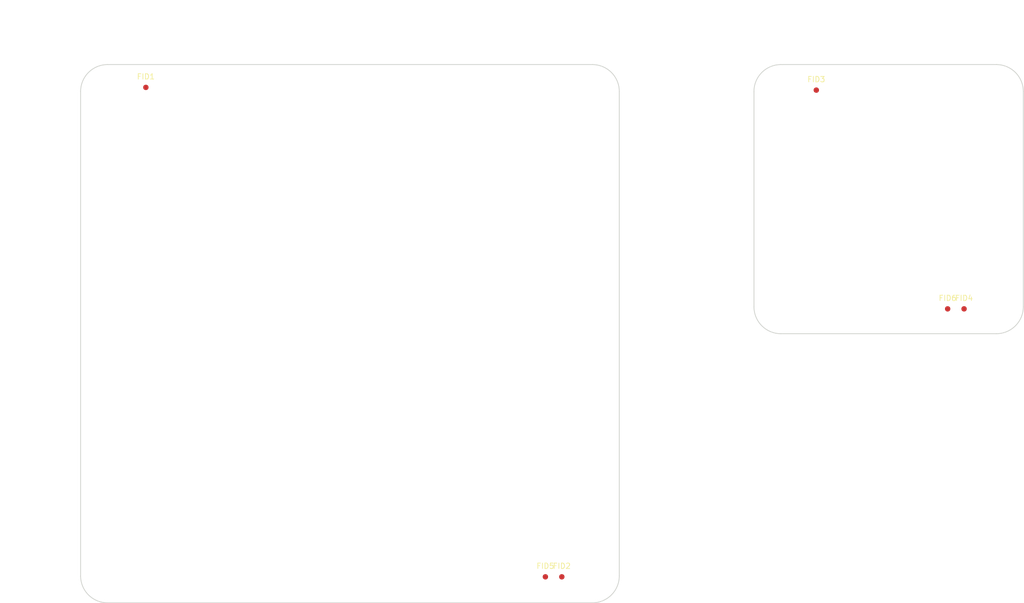
<source format=kicad_pcb>
(kicad_pcb (version 20171130) (host pcbnew 5.1.10-88a1d61d58~90~ubuntu20.04.1)

  (general
    (thickness 1.6)
    (drawings 20)
    (tracks 0)
    (zones 0)
    (modules 14)
    (nets 1)
  )

  (page A4)
  (layers
    (0 F.Cu signal)
    (31 B.Cu signal)
    (32 B.Adhes user)
    (33 F.Adhes user)
    (34 B.Paste user)
    (35 F.Paste user)
    (36 B.SilkS user)
    (37 F.SilkS user)
    (38 B.Mask user)
    (39 F.Mask user)
    (40 Dwgs.User user)
    (41 Cmts.User user)
    (42 Eco1.User user)
    (43 Eco2.User user)
    (44 Edge.Cuts user)
    (45 Margin user)
    (46 B.CrtYd user)
    (47 F.CrtYd user)
    (48 B.Fab user)
    (49 F.Fab user)
  )

  (setup
    (last_trace_width 0.25)
    (trace_clearance 0.2)
    (zone_clearance 0.508)
    (zone_45_only no)
    (trace_min 0.2)
    (via_size 0.8)
    (via_drill 0.4)
    (via_min_size 0.4)
    (via_min_drill 0.3)
    (uvia_size 0.3)
    (uvia_drill 0.1)
    (uvias_allowed no)
    (uvia_min_size 0.2)
    (uvia_min_drill 0.1)
    (edge_width 0.05)
    (segment_width 0.2)
    (pcb_text_width 0.3)
    (pcb_text_size 1.5 1.5)
    (mod_edge_width 0.12)
    (mod_text_size 1 1)
    (mod_text_width 0.15)
    (pad_size 1.524 1.524)
    (pad_drill 0.762)
    (pad_to_mask_clearance 0)
    (aux_axis_origin 0 0)
    (visible_elements FFFFFF7F)
    (pcbplotparams
      (layerselection 0x010fc_ffffffff)
      (usegerberextensions false)
      (usegerberattributes true)
      (usegerberadvancedattributes true)
      (creategerberjobfile true)
      (excludeedgelayer true)
      (linewidth 0.100000)
      (plotframeref false)
      (viasonmask false)
      (mode 1)
      (useauxorigin false)
      (hpglpennumber 1)
      (hpglpenspeed 20)
      (hpglpendiameter 15.000000)
      (psnegative false)
      (psa4output false)
      (plotreference true)
      (plotvalue true)
      (plotinvisibletext false)
      (padsonsilk false)
      (subtractmaskfromsilk false)
      (outputformat 1)
      (mirror false)
      (drillshape 1)
      (scaleselection 1)
      (outputdirectory ""))
  )

  (net 0 "")

  (net_class Default "This is the default net class."
    (clearance 0.2)
    (trace_width 0.25)
    (via_dia 0.8)
    (via_drill 0.4)
    (uvia_dia 0.3)
    (uvia_drill 0.1)
  )

  (module Fiducial:Fiducial_1mm_Mask2mm (layer F.Cu) (tedit 5C18CB26) (tstamp 61534B08)
    (at 209.296 92.456)
    (descr "Circular Fiducial, 1mm bare copper, 2mm soldermask opening (Level A)")
    (tags fiducial)
    (path /61535617)
    (attr smd)
    (fp_text reference FID6 (at 0 -2) (layer F.SilkS)
      (effects (font (size 1 1) (thickness 0.15)))
    )
    (fp_text value Fiducial (at 0 2) (layer F.Fab)
      (effects (font (size 1 1) (thickness 0.15)))
    )
    (fp_text user %R (at 0 0) (layer F.Fab)
      (effects (font (size 0.4 0.4) (thickness 0.06)))
    )
    (fp_circle (center 0 0) (end 1 0) (layer F.Fab) (width 0.1))
    (fp_circle (center 0 0) (end 1.25 0) (layer F.CrtYd) (width 0.05))
    (pad "" smd circle (at 0 0) (size 1 1) (layers F.Cu F.Mask)
      (solder_mask_margin 0.5) (clearance 0.5))
  )

  (module Fiducial:Fiducial_1mm_Mask2mm (layer F.Cu) (tedit 5C18CB26) (tstamp 61534B00)
    (at 134.62 142.24)
    (descr "Circular Fiducial, 1mm bare copper, 2mm soldermask opening (Level A)")
    (tags fiducial)
    (path /615355C5)
    (attr smd)
    (fp_text reference FID5 (at 0 -2) (layer F.SilkS)
      (effects (font (size 1 1) (thickness 0.15)))
    )
    (fp_text value Fiducial (at 0 2) (layer F.Fab)
      (effects (font (size 1 1) (thickness 0.15)))
    )
    (fp_text user %R (at 0 0) (layer F.Fab)
      (effects (font (size 0.4 0.4) (thickness 0.06)))
    )
    (fp_circle (center 0 0) (end 1 0) (layer F.Fab) (width 0.1))
    (fp_circle (center 0 0) (end 1.25 0) (layer F.CrtYd) (width 0.05))
    (pad "" smd circle (at 0 0) (size 1 1) (layers F.Cu F.Mask)
      (solder_mask_margin 0.5) (clearance 0.5))
  )

  (module Fiducial:Fiducial_1mm_Mask2mm (layer F.Cu) (tedit 5C18CB26) (tstamp 6153514C)
    (at 212.344 92.456)
    (descr "Circular Fiducial, 1mm bare copper, 2mm soldermask opening (Level A)")
    (tags fiducial)
    (path /61538E26)
    (attr smd)
    (fp_text reference FID4 (at 0 -2) (layer F.SilkS)
      (effects (font (size 1 1) (thickness 0.15)))
    )
    (fp_text value Fiducial (at 0 2) (layer F.Fab)
      (effects (font (size 1 1) (thickness 0.15)))
    )
    (fp_text user %R (at 0 0) (layer F.Fab)
      (effects (font (size 0.4 0.4) (thickness 0.06)))
    )
    (fp_circle (center 0 0) (end 1 0) (layer F.Fab) (width 0.1))
    (fp_circle (center 0 0) (end 1.25 0) (layer F.CrtYd) (width 0.05))
    (pad "" smd circle (at 0 0) (size 1 1) (layers F.Cu F.Mask)
      (solder_mask_margin 0.5) (clearance 0.5))
  )

  (module Fiducial:Fiducial_1mm_Mask2mm (layer F.Cu) (tedit 5C18CB26) (tstamp 61535223)
    (at 184.912 51.816)
    (descr "Circular Fiducial, 1mm bare copper, 2mm soldermask opening (Level A)")
    (tags fiducial)
    (path /61534BDA)
    (attr smd)
    (fp_text reference FID3 (at 0 -2) (layer F.SilkS)
      (effects (font (size 1 1) (thickness 0.15)))
    )
    (fp_text value Fiducial (at 0 2) (layer F.Fab)
      (effects (font (size 1 1) (thickness 0.15)))
    )
    (fp_text user %R (at 0 0) (layer F.Fab)
      (effects (font (size 0.4 0.4) (thickness 0.06)))
    )
    (fp_circle (center 0 0) (end 1 0) (layer F.Fab) (width 0.1))
    (fp_circle (center 0 0) (end 1.25 0) (layer F.CrtYd) (width 0.05))
    (pad "" smd circle (at 0 0) (size 1 1) (layers F.Cu F.Mask)
      (solder_mask_margin 0.5) (clearance 0.5))
  )

  (module Fiducial:Fiducial_1mm_Mask2mm (layer F.Cu) (tedit 5C18CB26) (tstamp 6153513C)
    (at 137.668 142.24)
    (descr "Circular Fiducial, 1mm bare copper, 2mm soldermask opening (Level A)")
    (tags fiducial)
    (path /615392CF)
    (attr smd)
    (fp_text reference FID2 (at 0 -2) (layer F.SilkS)
      (effects (font (size 1 1) (thickness 0.15)))
    )
    (fp_text value Fiducial (at 0 2) (layer F.Fab)
      (effects (font (size 1 1) (thickness 0.15)))
    )
    (fp_text user %R (at 0 0) (layer F.Fab)
      (effects (font (size 0.4 0.4) (thickness 0.06)))
    )
    (fp_circle (center 0 0) (end 1 0) (layer F.Fab) (width 0.1))
    (fp_circle (center 0 0) (end 1.25 0) (layer F.CrtYd) (width 0.05))
    (pad "" smd circle (at 0 0) (size 1 1) (layers F.Cu F.Mask)
      (solder_mask_margin 0.5) (clearance 0.5))
  )

  (module Fiducial:Fiducial_1mm_Mask2mm (layer F.Cu) (tedit 5C18CB26) (tstamp 61535134)
    (at 60.452 51.308)
    (descr "Circular Fiducial, 1mm bare copper, 2mm soldermask opening (Level A)")
    (tags fiducial)
    (path /6153927D)
    (attr smd)
    (fp_text reference FID1 (at 0 -2) (layer F.SilkS)
      (effects (font (size 1 1) (thickness 0.15)))
    )
    (fp_text value Fiducial (at 0 2) (layer F.Fab)
      (effects (font (size 1 1) (thickness 0.15)))
    )
    (fp_text user %R (at 0 0) (layer F.Fab)
      (effects (font (size 0.4 0.4) (thickness 0.06)))
    )
    (fp_circle (center 0 0) (end 1 0) (layer F.Fab) (width 0.1))
    (fp_circle (center 0 0) (end 1.25 0) (layer F.CrtYd) (width 0.05))
    (pad "" smd circle (at 0 0) (size 1 1) (layers F.Cu F.Mask)
      (solder_mask_margin 0.5) (clearance 0.5))
  )

  (module footprint:MountingHole_3.1mm_M3,rpi_like (layer F.Cu) (tedit 5E58DC9B) (tstamp 6146C479)
    (at 218.34 92.07)
    (descr "Mounting Hole 2.7mm, no annular, M2.5")
    (tags "mounting hole 2.7mm no annular m2.5")
    (path /61471D42)
    (attr virtual)
    (fp_text reference H8 (at 0 -3.7) (layer F.SilkS) hide
      (effects (font (size 1 1) (thickness 0.15)))
    )
    (fp_text value MountingHole (at 0 3.7) (layer F.Fab)
      (effects (font (size 1 1) (thickness 0.15)))
    )
    (fp_circle (center 0 0) (end 2.7 0) (layer Cmts.User) (width 0.15))
    (fp_circle (center 0 0) (end 2.95 0) (layer F.CrtYd) (width 0.05))
    (fp_circle (center 0 0) (end 1.905 0) (layer F.Mask) (width 1.2))
    (fp_circle (center 0 0) (end 1.905 0) (layer B.Mask) (width 1.2))
    (pad "" np_thru_hole circle (at 0 0) (size 3.1 3.1) (drill 3.1) (layers *.Cu *.Mask)
      (solder_mask_margin 1.5) (clearance 1.5))
  )

  (module footprint:MountingHole_3.1mm_M3,rpi_like (layer F.Cu) (tedit 5E58DC9B) (tstamp 6146C459)
    (at 178.34 92.07)
    (descr "Mounting Hole 2.7mm, no annular, M2.5")
    (tags "mounting hole 2.7mm no annular m2.5")
    (path /61471D38)
    (attr virtual)
    (fp_text reference H7 (at 0 -3.7) (layer F.SilkS) hide
      (effects (font (size 1 1) (thickness 0.15)))
    )
    (fp_text value MountingHole (at 0 3.7) (layer F.Fab)
      (effects (font (size 1 1) (thickness 0.15)))
    )
    (fp_circle (center 0 0) (end 2.7 0) (layer Cmts.User) (width 0.15))
    (fp_circle (center 0 0) (end 2.95 0) (layer F.CrtYd) (width 0.05))
    (fp_circle (center 0 0) (end 1.905 0) (layer F.Mask) (width 1.2))
    (fp_circle (center 0 0) (end 1.905 0) (layer B.Mask) (width 1.2))
    (pad "" np_thru_hole circle (at 0 0) (size 3.1 3.1) (drill 3.1) (layers *.Cu *.Mask)
      (solder_mask_margin 1.5) (clearance 1.5))
  )

  (module footprint:MountingHole_3.1mm_M3,rpi_like (layer F.Cu) (tedit 5E58DC9B) (tstamp 6146C443)
    (at 218.34 52.07)
    (descr "Mounting Hole 2.7mm, no annular, M2.5")
    (tags "mounting hole 2.7mm no annular m2.5")
    (path /61471D2E)
    (attr virtual)
    (fp_text reference H6 (at 0 -3.7) (layer F.SilkS) hide
      (effects (font (size 1 1) (thickness 0.15)))
    )
    (fp_text value MountingHole (at 0 3.7) (layer F.Fab)
      (effects (font (size 1 1) (thickness 0.15)))
    )
    (fp_circle (center 0 0) (end 2.7 0) (layer Cmts.User) (width 0.15))
    (fp_circle (center 0 0) (end 2.95 0) (layer F.CrtYd) (width 0.05))
    (fp_circle (center 0 0) (end 1.905 0) (layer F.Mask) (width 1.2))
    (fp_circle (center 0 0) (end 1.905 0) (layer B.Mask) (width 1.2))
    (pad "" np_thru_hole circle (at 0 0) (size 3.1 3.1) (drill 3.1) (layers *.Cu *.Mask)
      (solder_mask_margin 1.5) (clearance 1.5))
  )

  (module footprint:MountingHole_3.1mm_M3,rpi_like (layer F.Cu) (tedit 5E58DC9B) (tstamp 6146C431)
    (at 178.34 52.07)
    (descr "Mounting Hole 2.7mm, no annular, M2.5")
    (tags "mounting hole 2.7mm no annular m2.5")
    (path /61471D24)
    (attr virtual)
    (fp_text reference H5 (at 0 -3.7) (layer F.SilkS) hide
      (effects (font (size 1 1) (thickness 0.15)))
    )
    (fp_text value MountingHole (at 0 3.7) (layer F.Fab)
      (effects (font (size 1 1) (thickness 0.15)))
    )
    (fp_circle (center 0 0) (end 2.7 0) (layer Cmts.User) (width 0.15))
    (fp_circle (center 0 0) (end 2.95 0) (layer F.CrtYd) (width 0.05))
    (fp_circle (center 0 0) (end 1.905 0) (layer F.Mask) (width 1.2))
    (fp_circle (center 0 0) (end 1.905 0) (layer B.Mask) (width 1.2))
    (pad "" np_thru_hole circle (at 0 0) (size 3.1 3.1) (drill 3.1) (layers *.Cu *.Mask)
      (solder_mask_margin 1.5) (clearance 1.5))
  )

  (module footprint:MountingHole_3.1mm_M3,rpi_like (layer F.Cu) (tedit 5E58DC9B) (tstamp 6146C44E)
    (at 53.34 142.07)
    (descr "Mounting Hole 2.7mm, no annular, M2.5")
    (tags "mounting hole 2.7mm no annular m2.5")
    (path /61471988)
    (attr virtual)
    (fp_text reference H4 (at 0 -3.7) (layer F.SilkS) hide
      (effects (font (size 1 1) (thickness 0.15)))
    )
    (fp_text value MountingHole (at 0 3.7) (layer F.Fab)
      (effects (font (size 1 1) (thickness 0.15)))
    )
    (fp_circle (center 0 0) (end 2.7 0) (layer Cmts.User) (width 0.15))
    (fp_circle (center 0 0) (end 2.95 0) (layer F.CrtYd) (width 0.05))
    (fp_circle (center 0 0) (end 1.905 0) (layer F.Mask) (width 1.2))
    (fp_circle (center 0 0) (end 1.905 0) (layer B.Mask) (width 1.2))
    (pad "" np_thru_hole circle (at 0 0) (size 3.1 3.1) (drill 3.1) (layers *.Cu *.Mask)
      (solder_mask_margin 1.5) (clearance 1.5))
  )

  (module footprint:MountingHole_3.1mm_M3,rpi_like (layer F.Cu) (tedit 5E58DC9B) (tstamp 6146C43A)
    (at 143.34 142.07)
    (descr "Mounting Hole 2.7mm, no annular, M2.5")
    (tags "mounting hole 2.7mm no annular m2.5")
    (path /6147197E)
    (attr virtual)
    (fp_text reference H3 (at 0 -3.7) (layer F.SilkS) hide
      (effects (font (size 1 1) (thickness 0.15)))
    )
    (fp_text value MountingHole (at 0 3.7) (layer F.Fab)
      (effects (font (size 1 1) (thickness 0.15)))
    )
    (fp_circle (center 0 0) (end 2.7 0) (layer Cmts.User) (width 0.15))
    (fp_circle (center 0 0) (end 2.95 0) (layer F.CrtYd) (width 0.05))
    (fp_circle (center 0 0) (end 1.905 0) (layer F.Mask) (width 1.2))
    (fp_circle (center 0 0) (end 1.905 0) (layer B.Mask) (width 1.2))
    (pad "" np_thru_hole circle (at 0 0) (size 3.1 3.1) (drill 3.1) (layers *.Cu *.Mask)
      (solder_mask_margin 1.5) (clearance 1.5))
  )

  (module footprint:MountingHole_3.1mm_M3,rpi_like (layer F.Cu) (tedit 5E58DC9B) (tstamp 6146C428)
    (at 143.34 52.07)
    (descr "Mounting Hole 2.7mm, no annular, M2.5")
    (tags "mounting hole 2.7mm no annular m2.5")
    (path /614716D4)
    (attr virtual)
    (fp_text reference H2 (at 0 -3.7) (layer F.SilkS) hide
      (effects (font (size 1 1) (thickness 0.15)))
    )
    (fp_text value MountingHole (at 0 3.7) (layer F.Fab)
      (effects (font (size 1 1) (thickness 0.15)))
    )
    (fp_circle (center 0 0) (end 2.7 0) (layer Cmts.User) (width 0.15))
    (fp_circle (center 0 0) (end 2.95 0) (layer F.CrtYd) (width 0.05))
    (fp_circle (center 0 0) (end 1.905 0) (layer F.Mask) (width 1.2))
    (fp_circle (center 0 0) (end 1.905 0) (layer B.Mask) (width 1.2))
    (pad "" np_thru_hole circle (at 0 0) (size 3.1 3.1) (drill 3.1) (layers *.Cu *.Mask)
      (solder_mask_margin 1.5) (clearance 1.5))
  )

  (module footprint:MountingHole_3.1mm_M3,rpi_like (layer F.Cu) (tedit 5E58DC9B) (tstamp 6146C470)
    (at 53.34 52.07)
    (descr "Mounting Hole 2.7mm, no annular, M2.5")
    (tags "mounting hole 2.7mm no annular m2.5")
    (path /614714B6)
    (attr virtual)
    (fp_text reference H1 (at 0 -3.7) (layer F.SilkS) hide
      (effects (font (size 1 1) (thickness 0.15)))
    )
    (fp_text value MountingHole (at 0 3.7) (layer F.Fab)
      (effects (font (size 1 1) (thickness 0.15)))
    )
    (fp_circle (center 0 0) (end 2.7 0) (layer Cmts.User) (width 0.15))
    (fp_circle (center 0 0) (end 2.95 0) (layer F.CrtYd) (width 0.05))
    (fp_circle (center 0 0) (end 1.905 0) (layer F.Mask) (width 1.2))
    (fp_circle (center 0 0) (end 1.905 0) (layer B.Mask) (width 1.2))
    (pad "" np_thru_hole circle (at 0 0) (size 3.1 3.1) (drill 3.1) (layers *.Cu *.Mask)
      (solder_mask_margin 1.5) (clearance 1.5))
  )

  (gr_arc (start 53.34 52.07) (end 53.34 47.07) (angle -90) (layer Edge.Cuts) (width 0.15) (tstamp 6146C486))
  (gr_line (start 53.34 47.07) (end 143.34 47.07) (layer Edge.Cuts) (width 0.15) (tstamp 6146C485))
  (gr_line (start 48.34 142.07) (end 48.34 52.07) (layer Edge.Cuts) (width 0.15) (tstamp 6146C484))
  (gr_arc (start 53.34 142.07) (end 48.34 142.07) (angle -90) (layer Edge.Cuts) (width 0.15) (tstamp 6146C483))
  (gr_line (start 223.34 52.07) (end 223.34 92.07) (layer Edge.Cuts) (width 0.15) (tstamp 6146C482))
  (gr_line (start 143.34 147.07) (end 53.34 147.07) (layer Edge.Cuts) (width 0.15) (tstamp 6146C46F))
  (gr_arc (start 143.34 142.07) (end 143.34 147.07) (angle -90) (layer Edge.Cuts) (width 0.15) (tstamp 6146C46E))
  (gr_line (start 148.34 52.069999) (end 148.34 142.07) (layer Edge.Cuts) (width 0.15) (tstamp 6146C46D))
  (gr_arc (start 143.34 52.07) (end 148.34 52.07) (angle -90) (layer Edge.Cuts) (width 0.15) (tstamp 6146C46C))
  (gr_arc (start 178.34 52.07) (end 178.34 47.07) (angle -90) (layer Edge.Cuts) (width 0.15) (tstamp 6146C46B))
  (dimension 50 (width 0.15) (layer Dwgs.User) (tstamp 6146C469)
    (gr_text "50.000 mm" (at 198.34 35.77) (layer Dwgs.User) (tstamp 6146C469)
      (effects (font (size 1 1) (thickness 0.15)))
    )
    (feature1 (pts (xy 223.34 42.07) (xy 223.34 36.483579)))
    (feature2 (pts (xy 173.34 42.07) (xy 173.34 36.483579)))
    (crossbar (pts (xy 173.34 37.07) (xy 223.34 37.07)))
    (arrow1a (pts (xy 223.34 37.07) (xy 222.213496 37.656421)))
    (arrow1b (pts (xy 223.34 37.07) (xy 222.213496 36.483579)))
    (arrow2a (pts (xy 173.34 37.07) (xy 174.466504 37.656421)))
    (arrow2b (pts (xy 173.34 37.07) (xy 174.466504 36.483579)))
  )
  (dimension 50 (width 0.15) (layer Dwgs.User) (tstamp 6146C467)
    (gr_text "50.000 mm" (at 162.04 72.07 -90) (layer Dwgs.User) (tstamp 6146C467)
      (effects (font (size 1 1) (thickness 0.15)))
    )
    (feature1 (pts (xy 168.34 47.07) (xy 162.753579 47.07)))
    (feature2 (pts (xy 168.34 97.07) (xy 162.753579 97.07)))
    (crossbar (pts (xy 163.34 97.07) (xy 163.34 47.07)))
    (arrow1a (pts (xy 163.34 47.07) (xy 163.926421 48.196504)))
    (arrow1b (pts (xy 163.34 47.07) (xy 162.753579 48.196504)))
    (arrow2a (pts (xy 163.34 97.07) (xy 163.926421 95.943496)))
    (arrow2b (pts (xy 163.34 97.07) (xy 162.753579 95.943496)))
  )
  (dimension 100 (width 0.15) (layer Dwgs.User) (tstamp 6146C465)
    (gr_text "100.000 mm" (at 98.34 35.77) (layer Dwgs.User) (tstamp 6146C465)
      (effects (font (size 1 1) (thickness 0.15)))
    )
    (feature1 (pts (xy 148.34 42.07) (xy 148.34 36.483579)))
    (feature2 (pts (xy 48.34 42.07) (xy 48.34 36.483579)))
    (crossbar (pts (xy 48.34 37.07) (xy 148.34 37.07)))
    (arrow1a (pts (xy 148.34 37.07) (xy 147.213496 37.656421)))
    (arrow1b (pts (xy 148.34 37.07) (xy 147.213496 36.483579)))
    (arrow2a (pts (xy 48.34 37.07) (xy 49.466504 37.656421)))
    (arrow2b (pts (xy 48.34 37.07) (xy 49.466504 36.483579)))
  )
  (dimension 100 (width 0.15) (layer Dwgs.User) (tstamp 6146C463)
    (gr_text "100.000 mm" (at 37.04 97.07 90) (layer Dwgs.User) (tstamp 6146C463)
      (effects (font (size 1 1) (thickness 0.15)))
    )
    (feature1 (pts (xy 43.34 47.07) (xy 37.753579 47.07)))
    (feature2 (pts (xy 43.34 147.07) (xy 37.753579 147.07)))
    (crossbar (pts (xy 38.34 147.07) (xy 38.34 47.07)))
    (arrow1a (pts (xy 38.34 47.07) (xy 38.926421 48.196504)))
    (arrow1b (pts (xy 38.34 47.07) (xy 37.753579 48.196504)))
    (arrow2a (pts (xy 38.34 147.07) (xy 38.926421 145.943496)))
    (arrow2b (pts (xy 38.34 147.07) (xy 37.753579 145.943496)))
  )
  (gr_arc (start 218.34 52.07) (end 223.34 52.07) (angle -90) (layer Edge.Cuts) (width 0.15) (tstamp 6146C462))
  (gr_arc (start 218.34 92.07) (end 218.34 97.07) (angle -90) (layer Edge.Cuts) (width 0.15) (tstamp 6146C458))
  (gr_line (start 173.34 92.07) (end 173.34 52.07) (layer Edge.Cuts) (width 0.15) (tstamp 6146C457))
  (gr_line (start 218.34 97.07) (end 178.34 97.07) (layer Edge.Cuts) (width 0.15) (tstamp 6146C44D))
  (gr_arc (start 178.34 92.07) (end 173.34 92.07) (angle -90) (layer Edge.Cuts) (width 0.15) (tstamp 6146C44C))
  (gr_line (start 178.34 47.07) (end 218.34 47.07) (layer Edge.Cuts) (width 0.15) (tstamp 6146C427))

)

</source>
